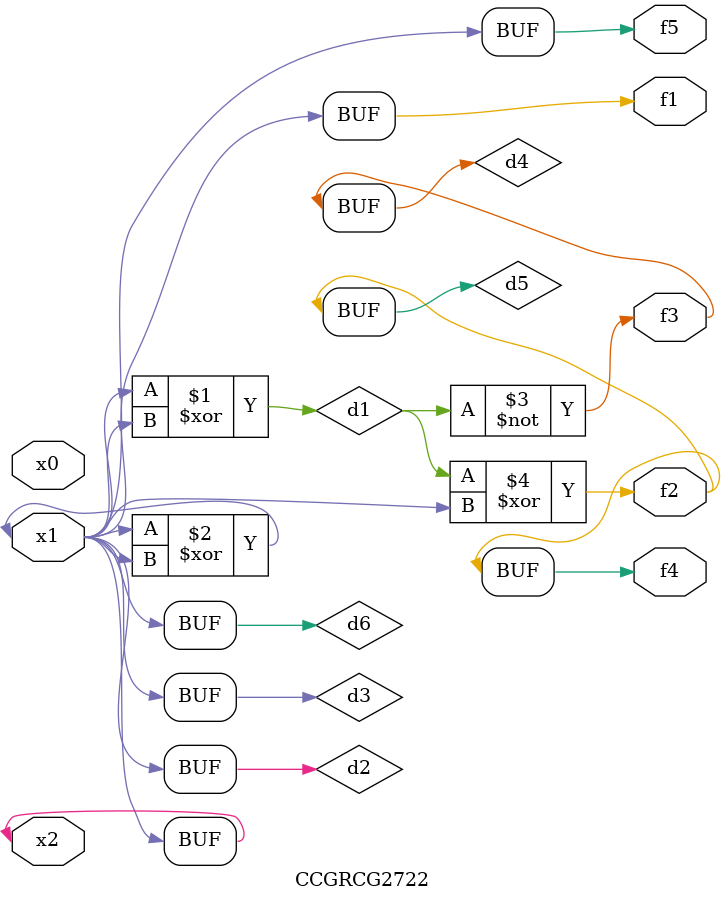
<source format=v>
module CCGRCG2722(
	input x0, x1, x2,
	output f1, f2, f3, f4, f5
);

	wire d1, d2, d3, d4, d5, d6;

	xor (d1, x1, x2);
	buf (d2, x1, x2);
	xor (d3, x1, x2);
	nor (d4, d1);
	xor (d5, d1, d2);
	buf (d6, d2, d3);
	assign f1 = d6;
	assign f2 = d5;
	assign f3 = d4;
	assign f4 = d5;
	assign f5 = d6;
endmodule

</source>
